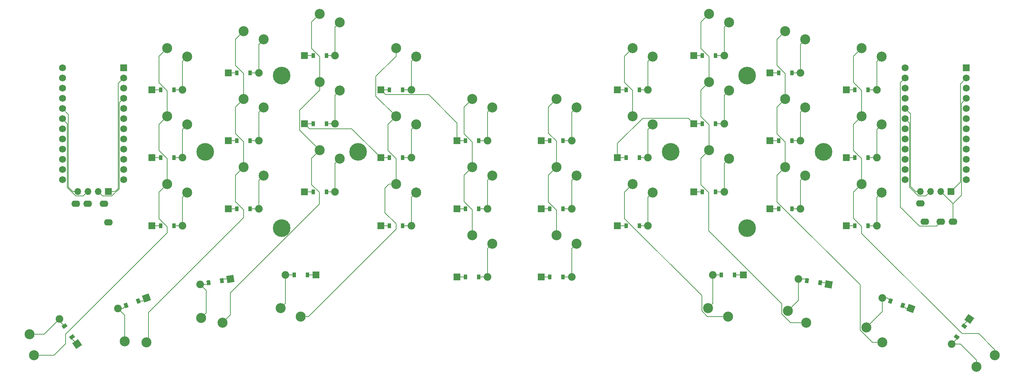
<source format=gbr>
%TF.GenerationSoftware,KiCad,Pcbnew,(6.0.4)*%
%TF.CreationDate,2022-07-04T17:43:03-04:00*%
%TF.ProjectId,glitch,676c6974-6368-42e6-9b69-6361645f7063,v1.0.0*%
%TF.SameCoordinates,Original*%
%TF.FileFunction,Copper,L2,Bot*%
%TF.FilePolarity,Positive*%
%FSLAX46Y46*%
G04 Gerber Fmt 4.6, Leading zero omitted, Abs format (unit mm)*
G04 Created by KiCad (PCBNEW (6.0.4)) date 2022-07-04 17:43:03*
%MOMM*%
%LPD*%
G01*
G04 APERTURE LIST*
G04 Aperture macros list*
%AMRotRect*
0 Rectangle, with rotation*
0 The origin of the aperture is its center*
0 $1 length*
0 $2 width*
0 $3 Rotation angle, in degrees counterclockwise*
0 Add horizontal line*
21,1,$1,$2,0,0,$3*%
G04 Aperture macros list end*
%TA.AperFunction,ComponentPad*%
%ADD10C,2.500000*%
%TD*%
%TA.AperFunction,SMDPad,CuDef*%
%ADD11R,0.900000X1.200000*%
%TD*%
%TA.AperFunction,ComponentPad*%
%ADD12C,1.905000*%
%TD*%
%TA.AperFunction,ComponentPad*%
%ADD13R,1.778000X1.778000*%
%TD*%
%TA.AperFunction,SMDPad,CuDef*%
%ADD14RotRect,0.900000X1.200000X170.000000*%
%TD*%
%TA.AperFunction,ComponentPad*%
%ADD15RotRect,1.778000X1.778000X170.000000*%
%TD*%
%TA.AperFunction,SMDPad,CuDef*%
%ADD16RotRect,0.900000X1.200000X160.000000*%
%TD*%
%TA.AperFunction,ComponentPad*%
%ADD17RotRect,1.778000X1.778000X160.000000*%
%TD*%
%TA.AperFunction,SMDPad,CuDef*%
%ADD18RotRect,0.900000X1.200000X235.000000*%
%TD*%
%TA.AperFunction,ComponentPad*%
%ADD19RotRect,1.778000X1.778000X235.000000*%
%TD*%
%TA.AperFunction,SMDPad,CuDef*%
%ADD20RotRect,0.900000X1.200000X190.000000*%
%TD*%
%TA.AperFunction,ComponentPad*%
%ADD21RotRect,1.778000X1.778000X190.000000*%
%TD*%
%TA.AperFunction,SMDPad,CuDef*%
%ADD22RotRect,0.900000X1.200000X200.000000*%
%TD*%
%TA.AperFunction,ComponentPad*%
%ADD23RotRect,1.778000X1.778000X200.000000*%
%TD*%
%TA.AperFunction,SMDPad,CuDef*%
%ADD24RotRect,0.900000X1.200000X125.000000*%
%TD*%
%TA.AperFunction,ComponentPad*%
%ADD25RotRect,1.778000X1.778000X125.000000*%
%TD*%
%TA.AperFunction,ComponentPad*%
%ADD26R,1.752600X1.752600*%
%TD*%
%TA.AperFunction,ComponentPad*%
%ADD27C,1.752600*%
%TD*%
%TA.AperFunction,ComponentPad*%
%ADD28O,2.200000X1.600000*%
%TD*%
%TA.AperFunction,ComponentPad*%
%ADD29O,1.700000X1.700000*%
%TD*%
%TA.AperFunction,ComponentPad*%
%ADD30R,1.700000X1.700000*%
%TD*%
%TA.AperFunction,ComponentPad*%
%ADD31C,4.400000*%
%TD*%
%TA.AperFunction,Conductor*%
%ADD32C,0.127000*%
%TD*%
G04 APERTURE END LIST*
D10*
%TO.P,S1,1*%
%TO.N,pinky_bottom*%
X5000000Y3800000D03*
%TO.P,S1,2*%
%TO.N,D4*%
X0Y5900000D03*
%TD*%
D11*
%TO.P,D1,2*%
%TO.N,pinky_bottom*%
X1650000Y-4500000D03*
%TO.P,D1,1*%
%TO.N,B2*%
X-1650000Y-4500000D03*
D12*
%TO.N,pinky_bottom*%
X3810000Y-4500000D03*
D13*
%TO.P,D1,2*%
%TO.N,B2*%
X-3810000Y-4500000D03*
%TD*%
D10*
%TO.P,S2,1*%
%TO.N,pinky_home*%
X5000000Y20800000D03*
%TO.P,S2,2*%
%TO.N,D4*%
X0Y22900000D03*
%TD*%
D11*
%TO.P,D2,2*%
%TO.N,pinky_home*%
X1650000Y12500000D03*
%TO.P,D2,1*%
%TO.N,B3*%
X-1650000Y12500000D03*
D12*
%TO.N,pinky_home*%
X3810000Y12500000D03*
D13*
%TO.P,D2,2*%
%TO.N,B3*%
X-3810000Y12500000D03*
%TD*%
D10*
%TO.P,S3,1*%
%TO.N,pinky_top*%
X5000000Y37800000D03*
%TO.P,S3,2*%
%TO.N,D4*%
X0Y39900000D03*
%TD*%
D11*
%TO.P,D3,2*%
%TO.N,pinky_top*%
X1650000Y29500000D03*
%TO.P,D3,1*%
%TO.N,B1*%
X-1650000Y29500000D03*
D12*
%TO.N,pinky_top*%
X3810000Y29500000D03*
D13*
%TO.P,D3,2*%
%TO.N,B1*%
X-3810000Y29500000D03*
%TD*%
D10*
%TO.P,S4,1*%
%TO.N,ring_bottom*%
X24000000Y16550000D03*
%TO.P,S4,2*%
%TO.N,C6*%
X19000000Y18650000D03*
%TD*%
D11*
%TO.P,D4,2*%
%TO.N,ring_bottom*%
X20650000Y8250000D03*
%TO.P,D4,1*%
%TO.N,B2*%
X17350000Y8250000D03*
D12*
%TO.N,ring_bottom*%
X22810000Y8250000D03*
D13*
%TO.P,D4,2*%
%TO.N,B2*%
X15190000Y8250000D03*
%TD*%
D10*
%TO.P,S5,1*%
%TO.N,ring_home*%
X24000000Y33550000D03*
%TO.P,S5,2*%
%TO.N,C6*%
X19000000Y35650000D03*
%TD*%
D11*
%TO.P,D5,2*%
%TO.N,ring_home*%
X20650000Y25250000D03*
%TO.P,D5,1*%
%TO.N,B3*%
X17350000Y25250000D03*
D12*
%TO.N,ring_home*%
X22810000Y25250000D03*
D13*
%TO.P,D5,2*%
%TO.N,B3*%
X15190000Y25250000D03*
%TD*%
D10*
%TO.P,S6,1*%
%TO.N,ring_top*%
X24000000Y50550000D03*
%TO.P,S6,2*%
%TO.N,C6*%
X19000000Y52650000D03*
%TD*%
D11*
%TO.P,D6,2*%
%TO.N,ring_top*%
X20650000Y42250000D03*
%TO.P,D6,1*%
%TO.N,B1*%
X17350000Y42250000D03*
D12*
%TO.N,ring_top*%
X22810000Y42250000D03*
D13*
%TO.P,D6,2*%
%TO.N,B1*%
X15190000Y42250000D03*
%TD*%
D10*
%TO.P,S7,1*%
%TO.N,middle_bottom*%
X43000000Y25050000D03*
%TO.P,S7,2*%
%TO.N,D7*%
X38000000Y27150000D03*
%TD*%
D11*
%TO.P,D7,2*%
%TO.N,middle_bottom*%
X39650000Y16750000D03*
%TO.P,D7,1*%
%TO.N,B2*%
X36350000Y16750000D03*
D12*
%TO.N,middle_bottom*%
X41810000Y16750000D03*
D13*
%TO.P,D7,2*%
%TO.N,B2*%
X34190000Y16750000D03*
%TD*%
D10*
%TO.P,S8,1*%
%TO.N,middle_home*%
X43000000Y42050000D03*
%TO.P,S8,2*%
%TO.N,D7*%
X38000000Y44150000D03*
%TD*%
D11*
%TO.P,D8,2*%
%TO.N,middle_home*%
X39650000Y33750000D03*
%TO.P,D8,1*%
%TO.N,B3*%
X36350000Y33750000D03*
D12*
%TO.N,middle_home*%
X41810000Y33750000D03*
D13*
%TO.P,D8,2*%
%TO.N,B3*%
X34190000Y33750000D03*
%TD*%
D10*
%TO.P,S9,1*%
%TO.N,middle_top*%
X43000000Y59050000D03*
%TO.P,S9,2*%
%TO.N,D7*%
X38000000Y61150000D03*
%TD*%
D11*
%TO.P,D9,2*%
%TO.N,middle_top*%
X39650000Y50750000D03*
%TO.P,D9,1*%
%TO.N,B1*%
X36350000Y50750000D03*
D12*
%TO.N,middle_top*%
X41810000Y50750000D03*
D13*
%TO.P,D9,2*%
%TO.N,B1*%
X34190000Y50750000D03*
%TD*%
D10*
%TO.P,S10,1*%
%TO.N,index_bottom*%
X62000000Y20800000D03*
%TO.P,S10,2*%
%TO.N,E6*%
X57000000Y22900000D03*
%TD*%
D11*
%TO.P,D10,2*%
%TO.N,index_bottom*%
X58650000Y12500000D03*
%TO.P,D10,1*%
%TO.N,B2*%
X55350000Y12500000D03*
D12*
%TO.N,index_bottom*%
X60810000Y12500000D03*
D13*
%TO.P,D10,2*%
%TO.N,B2*%
X53190000Y12500000D03*
%TD*%
D10*
%TO.P,S11,1*%
%TO.N,index_home*%
X62000000Y37800000D03*
%TO.P,S11,2*%
%TO.N,E6*%
X57000000Y39900000D03*
%TD*%
D11*
%TO.P,D11,2*%
%TO.N,index_home*%
X58650000Y29500000D03*
%TO.P,D11,1*%
%TO.N,B3*%
X55350000Y29500000D03*
D12*
%TO.N,index_home*%
X60810000Y29500000D03*
D13*
%TO.P,D11,2*%
%TO.N,B3*%
X53190000Y29500000D03*
%TD*%
D10*
%TO.P,S12,1*%
%TO.N,index_top*%
X62000000Y54800000D03*
%TO.P,S12,2*%
%TO.N,E6*%
X57000000Y56900000D03*
%TD*%
D11*
%TO.P,D12,2*%
%TO.N,index_top*%
X58650000Y46500000D03*
%TO.P,D12,1*%
%TO.N,B1*%
X55350000Y46500000D03*
D12*
%TO.N,index_top*%
X60810000Y46500000D03*
D13*
%TO.P,D12,2*%
%TO.N,B1*%
X53190000Y46500000D03*
%TD*%
D10*
%TO.P,S13,1*%
%TO.N,inner_bottom*%
X81000000Y16550000D03*
%TO.P,S13,2*%
%TO.N,B4*%
X76000000Y18650000D03*
%TD*%
D11*
%TO.P,D13,2*%
%TO.N,inner_bottom*%
X77650000Y8250000D03*
%TO.P,D13,1*%
%TO.N,B2*%
X74350000Y8250000D03*
D12*
%TO.N,inner_bottom*%
X79810000Y8250000D03*
D13*
%TO.P,D13,2*%
%TO.N,B2*%
X72190000Y8250000D03*
%TD*%
D10*
%TO.P,S14,1*%
%TO.N,inner_home*%
X81000000Y33550000D03*
%TO.P,S14,2*%
%TO.N,B4*%
X76000000Y35650000D03*
%TD*%
D11*
%TO.P,D14,2*%
%TO.N,inner_home*%
X77650000Y25250000D03*
%TO.P,D14,1*%
%TO.N,B3*%
X74350000Y25250000D03*
D12*
%TO.N,inner_home*%
X79810000Y25250000D03*
D13*
%TO.P,D14,2*%
%TO.N,B3*%
X72190000Y25250000D03*
%TD*%
D10*
%TO.P,S15,1*%
%TO.N,inner_top*%
X81000000Y50550000D03*
%TO.P,S15,2*%
%TO.N,B4*%
X76000000Y52650000D03*
%TD*%
D11*
%TO.P,D15,2*%
%TO.N,inner_top*%
X77650000Y42250000D03*
%TO.P,D15,1*%
%TO.N,B1*%
X74350000Y42250000D03*
D12*
%TO.N,inner_top*%
X79810000Y42250000D03*
D13*
%TO.P,D15,2*%
%TO.N,B1*%
X72190000Y42250000D03*
%TD*%
D10*
%TO.P,S16,1*%
%TO.N,outer_thumbs*%
X37750000Y-12300000D03*
%TO.P,S16,2*%
%TO.N,C6*%
X42750000Y-14400000D03*
%TD*%
D11*
%TO.P,D16,2*%
%TO.N,outer_thumbs*%
X41100000Y-4000000D03*
%TO.P,D16,1*%
%TO.N,B6*%
X44400000Y-4000000D03*
D12*
%TO.N,outer_thumbs*%
X38940000Y-4000000D03*
D13*
%TO.P,D16,2*%
%TO.N,B6*%
X46560000Y-4000000D03*
%TD*%
D10*
%TO.P,S17,1*%
%TO.N,middle1_thumbs*%
X57686622Y-12994365D03*
%TO.P,S17,2*%
%TO.N,D7*%
X62246000Y-15930702D03*
%TD*%
D14*
%TO.P,D17,2*%
%TO.N,middle1_thumbs*%
X62427007Y-5402182D03*
%TO.P,D17,1*%
%TO.N,B6*%
X65676873Y-5975220D03*
D12*
%TO.N,middle1_thumbs*%
X60299822Y-5027101D03*
D15*
%TO.P,D17,2*%
%TO.N,B6*%
X67804058Y-6350301D03*
%TD*%
D10*
%TO.P,S18,1*%
%TO.N,middle2_thumbs*%
X77199786Y-17140138D03*
%TO.P,S18,2*%
%TO.N,E6*%
X81180007Y-20823593D03*
%TD*%
D16*
%TO.P,D18,2*%
%TO.N,middle2_thumbs*%
X83186524Y-10486457D03*
%TO.P,D18,1*%
%TO.N,B6*%
X86287510Y-11615123D03*
D12*
%TO.N,middle2_thumbs*%
X81156788Y-9747693D03*
D17*
%TO.P,D18,2*%
%TO.N,B6*%
X88317246Y-12353887D03*
%TD*%
D10*
%TO.P,S19,1*%
%TO.N,inner_thumbs*%
X104619730Y-26986949D03*
%TO.P,S19,2*%
%TO.N,B4*%
X109207831Y-24095699D03*
%TD*%
D18*
%TO.P,D19,2*%
%TO.N,inner_thumbs*%
X99742248Y-19482105D03*
%TO.P,D19,1*%
%TO.N,B6*%
X101635050Y-16778903D03*
D12*
%TO.N,inner_thumbs*%
X98503323Y-21251473D03*
D19*
%TO.P,D19,2*%
%TO.N,B6*%
X102873975Y-15009535D03*
%TD*%
D10*
%TO.P,S20,1*%
%TO.N,mirror_pinky_bottom*%
X-16000000Y3800000D03*
%TO.P,S20,2*%
%TO.N,F6*%
X-21000000Y5900000D03*
%TD*%
D11*
%TO.P,D20,2*%
%TO.N,mirror_pinky_bottom*%
X-19350000Y-4500000D03*
%TO.P,D20,1*%
%TO.N,B4*%
X-22650000Y-4500000D03*
D12*
%TO.N,mirror_pinky_bottom*%
X-17190000Y-4500000D03*
D13*
%TO.P,D20,2*%
%TO.N,B4*%
X-24810000Y-4500000D03*
%TD*%
D10*
%TO.P,S21,1*%
%TO.N,mirror_pinky_home*%
X-16000000Y20800000D03*
%TO.P,S21,2*%
%TO.N,F6*%
X-21000000Y22900000D03*
%TD*%
D11*
%TO.P,D21,2*%
%TO.N,mirror_pinky_home*%
X-19350000Y12500000D03*
%TO.P,D21,1*%
%TO.N,E6*%
X-22650000Y12500000D03*
D12*
%TO.N,mirror_pinky_home*%
X-17190000Y12500000D03*
D13*
%TO.P,D21,2*%
%TO.N,E6*%
X-24810000Y12500000D03*
%TD*%
D10*
%TO.P,S22,1*%
%TO.N,mirror_pinky_top*%
X-16000000Y37800000D03*
%TO.P,S22,2*%
%TO.N,F6*%
X-21000000Y39900000D03*
%TD*%
D11*
%TO.P,D22,2*%
%TO.N,mirror_pinky_top*%
X-19350000Y29500000D03*
%TO.P,D22,1*%
%TO.N,D7*%
X-22650000Y29500000D03*
D12*
%TO.N,mirror_pinky_top*%
X-17190000Y29500000D03*
D13*
%TO.P,D22,2*%
%TO.N,D7*%
X-24810000Y29500000D03*
%TD*%
D10*
%TO.P,S23,1*%
%TO.N,mirror_ring_bottom*%
X-35000000Y16550000D03*
%TO.P,S23,2*%
%TO.N,F7*%
X-40000000Y18650000D03*
%TD*%
D11*
%TO.P,D23,2*%
%TO.N,mirror_ring_bottom*%
X-38350000Y8250000D03*
%TO.P,D23,1*%
%TO.N,B4*%
X-41650000Y8250000D03*
D12*
%TO.N,mirror_ring_bottom*%
X-36190000Y8250000D03*
D13*
%TO.P,D23,2*%
%TO.N,B4*%
X-43810000Y8250000D03*
%TD*%
D10*
%TO.P,S24,1*%
%TO.N,mirror_ring_home*%
X-35000000Y33550000D03*
%TO.P,S24,2*%
%TO.N,F7*%
X-40000000Y35650000D03*
%TD*%
D11*
%TO.P,D24,2*%
%TO.N,mirror_ring_home*%
X-38350000Y25250000D03*
%TO.P,D24,1*%
%TO.N,E6*%
X-41650000Y25250000D03*
D12*
%TO.N,mirror_ring_home*%
X-36190000Y25250000D03*
D13*
%TO.P,D24,2*%
%TO.N,E6*%
X-43810000Y25250000D03*
%TD*%
D10*
%TO.P,S25,1*%
%TO.N,mirror_ring_top*%
X-35000000Y50550000D03*
%TO.P,S25,2*%
%TO.N,F7*%
X-40000000Y52650000D03*
%TD*%
D11*
%TO.P,D25,2*%
%TO.N,mirror_ring_top*%
X-38350000Y42250000D03*
%TO.P,D25,1*%
%TO.N,D7*%
X-41650000Y42250000D03*
D12*
%TO.N,mirror_ring_top*%
X-36190000Y42250000D03*
D13*
%TO.P,D25,2*%
%TO.N,D7*%
X-43810000Y42250000D03*
%TD*%
D10*
%TO.P,S26,1*%
%TO.N,mirror_middle_bottom*%
X-54000000Y25050000D03*
%TO.P,S26,2*%
%TO.N,B1*%
X-59000000Y27150000D03*
%TD*%
D11*
%TO.P,D26,2*%
%TO.N,mirror_middle_bottom*%
X-57350000Y16750000D03*
%TO.P,D26,1*%
%TO.N,B4*%
X-60650000Y16750000D03*
D12*
%TO.N,mirror_middle_bottom*%
X-55190000Y16750000D03*
D13*
%TO.P,D26,2*%
%TO.N,B4*%
X-62810000Y16750000D03*
%TD*%
D10*
%TO.P,S27,1*%
%TO.N,mirror_middle_home*%
X-54000000Y42050000D03*
%TO.P,S27,2*%
%TO.N,B1*%
X-59000000Y44150000D03*
%TD*%
D11*
%TO.P,D27,2*%
%TO.N,mirror_middle_home*%
X-57350000Y33750000D03*
%TO.P,D27,1*%
%TO.N,E6*%
X-60650000Y33750000D03*
D12*
%TO.N,mirror_middle_home*%
X-55190000Y33750000D03*
D13*
%TO.P,D27,2*%
%TO.N,E6*%
X-62810000Y33750000D03*
%TD*%
D10*
%TO.P,S28,1*%
%TO.N,mirror_middle_top*%
X-54000000Y59050000D03*
%TO.P,S28,2*%
%TO.N,B1*%
X-59000000Y61150000D03*
%TD*%
D11*
%TO.P,D28,2*%
%TO.N,mirror_middle_top*%
X-57350000Y50750000D03*
%TO.P,D28,1*%
%TO.N,D7*%
X-60650000Y50750000D03*
D12*
%TO.N,mirror_middle_top*%
X-55190000Y50750000D03*
D13*
%TO.P,D28,2*%
%TO.N,D7*%
X-62810000Y50750000D03*
%TD*%
D10*
%TO.P,S29,1*%
%TO.N,mirror_index_bottom*%
X-73000000Y20800000D03*
%TO.P,S29,2*%
%TO.N,B3*%
X-78000000Y22900000D03*
%TD*%
D11*
%TO.P,D29,2*%
%TO.N,mirror_index_bottom*%
X-76350000Y12500000D03*
%TO.P,D29,1*%
%TO.N,B4*%
X-79650000Y12500000D03*
D12*
%TO.N,mirror_index_bottom*%
X-74190000Y12500000D03*
D13*
%TO.P,D29,2*%
%TO.N,B4*%
X-81810000Y12500000D03*
%TD*%
D10*
%TO.P,S30,1*%
%TO.N,mirror_index_home*%
X-73000000Y37800000D03*
%TO.P,S30,2*%
%TO.N,B3*%
X-78000000Y39900000D03*
%TD*%
D11*
%TO.P,D30,2*%
%TO.N,mirror_index_home*%
X-76350000Y29500000D03*
%TO.P,D30,1*%
%TO.N,E6*%
X-79650000Y29500000D03*
D12*
%TO.N,mirror_index_home*%
X-74190000Y29500000D03*
D13*
%TO.P,D30,2*%
%TO.N,E6*%
X-81810000Y29500000D03*
%TD*%
D10*
%TO.P,S31,1*%
%TO.N,mirror_index_top*%
X-73000000Y54800000D03*
%TO.P,S31,2*%
%TO.N,B3*%
X-78000000Y56900000D03*
%TD*%
D11*
%TO.P,D31,2*%
%TO.N,mirror_index_top*%
X-76350000Y46500000D03*
%TO.P,D31,1*%
%TO.N,D7*%
X-79650000Y46500000D03*
D12*
%TO.N,mirror_index_top*%
X-74190000Y46500000D03*
D13*
%TO.P,D31,2*%
%TO.N,D7*%
X-81810000Y46500000D03*
%TD*%
D10*
%TO.P,S32,1*%
%TO.N,mirror_inner_bottom*%
X-92000000Y16550000D03*
%TO.P,S32,2*%
%TO.N,B2*%
X-97000000Y18650000D03*
%TD*%
D11*
%TO.P,D32,2*%
%TO.N,mirror_inner_bottom*%
X-95350000Y8250000D03*
%TO.P,D32,1*%
%TO.N,B4*%
X-98650000Y8250000D03*
D12*
%TO.N,mirror_inner_bottom*%
X-93190000Y8250000D03*
D13*
%TO.P,D32,2*%
%TO.N,B4*%
X-100810000Y8250000D03*
%TD*%
D10*
%TO.P,S33,1*%
%TO.N,mirror_inner_home*%
X-92000000Y33550000D03*
%TO.P,S33,2*%
%TO.N,B2*%
X-97000000Y35650000D03*
%TD*%
D11*
%TO.P,D33,2*%
%TO.N,mirror_inner_home*%
X-95350000Y25250000D03*
%TO.P,D33,1*%
%TO.N,E6*%
X-98650000Y25250000D03*
D12*
%TO.N,mirror_inner_home*%
X-93190000Y25250000D03*
D13*
%TO.P,D33,2*%
%TO.N,E6*%
X-100810000Y25250000D03*
%TD*%
D10*
%TO.P,S34,1*%
%TO.N,mirror_inner_top*%
X-92000000Y50550000D03*
%TO.P,S34,2*%
%TO.N,B2*%
X-97000000Y52650000D03*
%TD*%
D11*
%TO.P,D34,2*%
%TO.N,mirror_inner_top*%
X-95350000Y42250000D03*
%TO.P,D34,1*%
%TO.N,D7*%
X-98650000Y42250000D03*
D12*
%TO.N,mirror_inner_top*%
X-93190000Y42250000D03*
D13*
%TO.P,D34,2*%
%TO.N,D7*%
X-100810000Y42250000D03*
%TD*%
D10*
%TO.P,S35,1*%
%TO.N,mirror_outer_thumbs*%
X-68750000Y-12300000D03*
%TO.P,S35,2*%
%TO.N,F7*%
X-63750000Y-14400000D03*
%TD*%
D11*
%TO.P,D35,2*%
%TO.N,mirror_outer_thumbs*%
X-65400000Y-4000000D03*
%TO.P,D35,1*%
%TO.N,B5*%
X-62100000Y-4000000D03*
D12*
%TO.N,mirror_outer_thumbs*%
X-67560000Y-4000000D03*
D13*
%TO.P,D35,2*%
%TO.N,B5*%
X-59940000Y-4000000D03*
%TD*%
D10*
%TO.P,S36,1*%
%TO.N,mirror_middle1_thumbs*%
X-88534700Y-14730846D03*
%TO.P,S36,2*%
%TO.N,B1*%
X-83246000Y-15930702D03*
%TD*%
D20*
%TO.P,D36,2*%
%TO.N,mirror_middle1_thumbs*%
X-86676873Y-5975220D03*
%TO.P,D36,1*%
%TO.N,B5*%
X-83427007Y-5402182D03*
D12*
%TO.N,mirror_middle1_thumbs*%
X-88804058Y-6350301D03*
D21*
%TO.P,D36,2*%
%TO.N,B5*%
X-81299822Y-5027101D03*
%TD*%
D10*
%TO.P,S37,1*%
%TO.N,mirror_middle2_thumbs*%
X-107596713Y-20560340D03*
%TO.P,S37,2*%
%TO.N,B3*%
X-102180007Y-20823593D03*
%TD*%
D22*
%TO.P,D37,2*%
%TO.N,mirror_middle2_thumbs*%
X-107287510Y-11615123D03*
%TO.P,D37,1*%
%TO.N,B5*%
X-104186524Y-10486457D03*
D12*
%TO.N,mirror_middle2_thumbs*%
X-109317246Y-12353887D03*
D23*
%TO.P,D37,2*%
%TO.N,B5*%
X-102156788Y-9747693D03*
%TD*%
D10*
%TO.P,S38,1*%
%TO.N,mirror_inner_thumbs*%
X-131355494Y-18795428D03*
%TO.P,S38,2*%
%TO.N,B2*%
X-130207831Y-24095699D03*
%TD*%
D24*
%TO.P,D38,2*%
%TO.N,mirror_inner_thumbs*%
X-122635050Y-16778903D03*
%TO.P,D38,1*%
%TO.N,B5*%
X-120742248Y-19482105D03*
D12*
%TO.N,mirror_inner_thumbs*%
X-123873975Y-15009535D03*
D25*
%TO.P,D38,2*%
%TO.N,B5*%
X-119503323Y-21251473D03*
%TD*%
D26*
%TO.P,MCU1,1*%
%TO.N,RAW*%
X102120000Y47720000D03*
D27*
%TO.P,MCU1,2*%
%TO.N,GND*%
X102120000Y45180000D03*
%TO.P,MCU1,3*%
%TO.N,RST*%
X102120000Y42640000D03*
%TO.P,MCU1,4*%
%TO.N,VCC*%
X102120000Y40100000D03*
%TO.P,MCU1,5*%
%TO.N,F4*%
X102120000Y37560000D03*
%TO.P,MCU1,6*%
%TO.N,F5*%
X102120000Y35020000D03*
%TO.P,MCU1,7*%
%TO.N,F6*%
X102120000Y32480000D03*
%TO.P,MCU1,8*%
%TO.N,F7*%
X102120000Y29940000D03*
%TO.P,MCU1,9*%
%TO.N,B1*%
X102120000Y27400000D03*
%TO.P,MCU1,10*%
%TO.N,B3*%
X102120000Y24860000D03*
%TO.P,MCU1,11*%
%TO.N,B2*%
X102120000Y22320000D03*
%TO.P,MCU1,12*%
%TO.N,B6*%
X102120000Y19780000D03*
%TO.P,MCU1,13*%
%TO.N,D3*%
X86880000Y47720000D03*
%TO.P,MCU1,14*%
%TO.N,D2*%
X86880000Y45180000D03*
%TO.P,MCU1,15*%
%TO.N,GND*%
X86880000Y42640000D03*
%TO.P,MCU1,16*%
X86880000Y40100000D03*
%TO.P,MCU1,17*%
%TO.N,D1*%
X86880000Y37560000D03*
%TO.P,MCU1,18*%
%TO.N,D0*%
X86880000Y35020000D03*
%TO.P,MCU1,19*%
%TO.N,D4*%
X86880000Y32480000D03*
%TO.P,MCU1,20*%
%TO.N,C6*%
X86880000Y29940000D03*
%TO.P,MCU1,21*%
%TO.N,D7*%
X86880000Y27400000D03*
%TO.P,MCU1,22*%
%TO.N,E6*%
X86880000Y24860000D03*
%TO.P,MCU1,23*%
%TO.N,B4*%
X86880000Y22320000D03*
%TO.P,MCU1,24*%
%TO.N,B5*%
X86880000Y19780000D03*
%TD*%
D26*
%TO.P,MCU2,1*%
%TO.N,RAW*%
X-107880000Y47720000D03*
D27*
%TO.P,MCU2,2*%
%TO.N,GND*%
X-107880000Y45180000D03*
%TO.P,MCU2,3*%
%TO.N,RST*%
X-107880000Y42640000D03*
%TO.P,MCU2,4*%
%TO.N,VCC*%
X-107880000Y40100000D03*
%TO.P,MCU2,5*%
%TO.N,F4*%
X-107880000Y37560000D03*
%TO.P,MCU2,6*%
%TO.N,F5*%
X-107880000Y35020000D03*
%TO.P,MCU2,7*%
%TO.N,F6*%
X-107880000Y32480000D03*
%TO.P,MCU2,8*%
%TO.N,F7*%
X-107880000Y29940000D03*
%TO.P,MCU2,9*%
%TO.N,B1*%
X-107880000Y27400000D03*
%TO.P,MCU2,10*%
%TO.N,B3*%
X-107880000Y24860000D03*
%TO.P,MCU2,11*%
%TO.N,B2*%
X-107880000Y22320000D03*
%TO.P,MCU2,12*%
%TO.N,B6*%
X-107880000Y19780000D03*
%TO.P,MCU2,13*%
%TO.N,D3*%
X-123120000Y47720000D03*
%TO.P,MCU2,14*%
%TO.N,D2*%
X-123120000Y45180000D03*
%TO.P,MCU2,15*%
%TO.N,GND*%
X-123120000Y42640000D03*
%TO.P,MCU2,16*%
X-123120000Y40100000D03*
%TO.P,MCU2,17*%
%TO.N,D1*%
X-123120000Y37560000D03*
%TO.P,MCU2,18*%
%TO.N,D0*%
X-123120000Y35020000D03*
%TO.P,MCU2,19*%
%TO.N,D4*%
X-123120000Y32480000D03*
%TO.P,MCU2,20*%
%TO.N,C6*%
X-123120000Y29940000D03*
%TO.P,MCU2,21*%
%TO.N,D7*%
X-123120000Y27400000D03*
%TO.P,MCU2,22*%
%TO.N,E6*%
X-123120000Y24860000D03*
%TO.P,MCU2,23*%
%TO.N,B4*%
X-123120000Y22320000D03*
%TO.P,MCU2,24*%
%TO.N,B5*%
X-123120000Y19780000D03*
%TD*%
D28*
%TO.P,REF\u002A\u002A,1*%
%TO.N,GND*%
X90700000Y13850000D03*
%TO.P,REF\u002A\u002A,2*%
X91800000Y9250000D03*
%TO.P,REF\u002A\u002A,3*%
%TO.N,D2*%
X95800000Y9250000D03*
%TO.P,REF\u002A\u002A,4*%
%TO.N,VCC*%
X98800000Y9250000D03*
%TD*%
%TO.P,REF\u002A\u002A,1*%
%TO.N,GND*%
X-111700000Y9150000D03*
%TO.P,REF\u002A\u002A,2*%
X-112800000Y13750000D03*
%TO.P,REF\u002A\u002A,3*%
%TO.N,D2*%
X-116800000Y13750000D03*
%TO.P,REF\u002A\u002A,4*%
%TO.N,VCC*%
X-119800000Y13750000D03*
%TD*%
D29*
%TO.P,OLED1,4*%
%TO.N,D1*%
X90680000Y16850000D03*
%TO.P,OLED1,3*%
%TO.N,D0*%
X93220000Y16850000D03*
%TO.P,OLED1,2*%
%TO.N,VCC*%
X95760000Y16850000D03*
D30*
%TO.P,OLED1,1*%
%TO.N,GND*%
X98300000Y16850000D03*
%TD*%
D29*
%TO.P,OLED2,4*%
%TO.N,D1*%
X-119320000Y16850000D03*
%TO.P,OLED2,3*%
%TO.N,D0*%
X-116780000Y16850000D03*
%TO.P,OLED2,2*%
%TO.N,VCC*%
X-114240000Y16850000D03*
D30*
%TO.P,OLED2,1*%
%TO.N,GND*%
X-111700000Y16850000D03*
%TD*%
D31*
%TO.P,,1*%
%TO.N,N/C*%
X47500000Y45800000D03*
X47500000Y7700000D03*
X28450000Y26750000D03*
X66550000Y26750000D03*
%TD*%
%TO.P,,1*%
%TO.N,N/C*%
X-68500000Y45800000D03*
X-68500000Y7700000D03*
X-87550000Y26750000D03*
X-49450000Y26750000D03*
%TD*%
D32*
%TO.N,B3*%
X15190000Y28807349D02*
X15190000Y25250000D01*
X34190000Y33750000D02*
X32840000Y35100000D01*
X32840000Y35100000D02*
X21482651Y35100000D01*
X21482651Y35100000D02*
X15190000Y28807349D01*
%TO.N,D2*%
X85700000Y12900000D02*
X85700000Y44000000D01*
X90400000Y8200000D02*
X85700000Y12900000D01*
X94750000Y8200000D02*
X90400000Y8200000D01*
X95800000Y9250000D02*
X94750000Y8200000D01*
X85700000Y44000000D02*
X86880000Y45180000D01*
%TO.N,VCC*%
X100900000Y15900000D02*
X100900000Y38880000D01*
X100900000Y38880000D02*
X102120000Y40100000D01*
X98810000Y13810000D02*
X100900000Y15900000D01*
X98810000Y13800000D02*
X98810000Y13810000D01*
X95760000Y16850000D02*
X98810000Y13800000D01*
X98800000Y13810000D02*
X95760000Y16850000D01*
X98800000Y9250000D02*
X98800000Y13810000D01*
X-109000000Y38980000D02*
X-107880000Y40100000D01*
X-109000000Y17500000D02*
X-109000000Y38980000D01*
X-110800000Y15700000D02*
X-109000000Y17500000D01*
X-113090000Y15700000D02*
X-110800000Y15700000D01*
X-114240000Y16850000D02*
X-113090000Y15700000D01*
%TO.N,GND*%
X-110008532Y16850000D02*
X-109253520Y17605012D01*
X-109253520Y17605012D02*
X-109253520Y43806480D01*
X-109253520Y43806480D02*
X-107880000Y45180000D01*
X-111700000Y16850000D02*
X-110008532Y16850000D01*
X100646480Y19196480D02*
X100646480Y43706480D01*
X100646480Y43706480D02*
X102120000Y45180000D01*
X98300000Y16850000D02*
X100646480Y19196480D01*
%TO.N,D0*%
X88000000Y33900000D02*
X86880000Y35020000D01*
X90200000Y15700000D02*
X88000000Y17900000D01*
X92070000Y15700000D02*
X90200000Y15700000D01*
X88000000Y17900000D02*
X88000000Y33900000D01*
X93220000Y16850000D02*
X92070000Y15700000D01*
%TO.N,D1*%
X88253520Y18105012D02*
X88253520Y36186480D01*
X89508532Y16850000D02*
X88253520Y18105012D01*
X90680000Y16850000D02*
X89508532Y16850000D01*
X88253520Y36186480D02*
X86880000Y37560000D01*
%TO.N,E6*%
X75700000Y-17800000D02*
X78723593Y-20823593D01*
X78723593Y-20823593D02*
X81180007Y-20823593D01*
X75700000Y-6500000D02*
X75700000Y-17800000D01*
X54972479Y20872479D02*
X54972479Y14227521D01*
X57000000Y22900000D02*
X54972479Y20872479D01*
X54972479Y14227521D02*
X75700000Y-6500000D01*
%TO.N,C6*%
X37600000Y-14400000D02*
X42750000Y-14400000D01*
X16972479Y10057543D02*
X36200000Y-9169978D01*
X16972479Y16622479D02*
X16972479Y10057543D01*
X36200000Y-13000000D02*
X37600000Y-14400000D01*
X19000000Y18650000D02*
X16972479Y16622479D01*
X36200000Y-9169978D02*
X36200000Y-13000000D01*
%TO.N,D7*%
X56100000Y-11200000D02*
X56100000Y-13700000D01*
X56100000Y-13700000D02*
X58330702Y-15930702D01*
X37900000Y7000000D02*
X56100000Y-11200000D01*
X37900000Y16600000D02*
X37900000Y7000000D01*
X35972479Y25122479D02*
X35972479Y18527521D01*
X35972479Y18527521D02*
X37900000Y16600000D01*
X38000000Y27150000D02*
X35972479Y25122479D01*
X58330702Y-15930702D02*
X62246000Y-15930702D01*
%TO.N,D4*%
X0Y29400000D02*
X0Y22900000D01*
X-2027521Y37872479D02*
X-2027521Y31427521D01*
X-2027521Y31427521D02*
X0Y29400000D01*
X0Y39900000D02*
X-2027521Y37872479D01*
%TO.N,B4*%
X105214662Y-18684077D02*
X109207831Y-22677246D01*
X76040011Y6359989D02*
X101084077Y-18684077D01*
X101084077Y-18684077D02*
X105214662Y-18684077D01*
X109207831Y-22677246D02*
X109207831Y-24095699D01*
X76040011Y8070033D02*
X76040011Y6359989D01*
X73972479Y16622479D02*
X73972479Y10137565D01*
X76000000Y18650000D02*
X73972479Y16622479D01*
X73972479Y10137565D02*
X76040011Y8070033D01*
X76000000Y25000000D02*
X76000000Y18650000D01*
X73972479Y33622479D02*
X73972479Y27027521D01*
X76000000Y35650000D02*
X73972479Y33622479D01*
X73972479Y27027521D02*
X76000000Y25000000D01*
X76000000Y42030022D02*
X76000000Y35650000D01*
X73972479Y44057543D02*
X76000000Y42030022D01*
X76000000Y52650000D02*
X73972479Y50622479D01*
X73972479Y50622479D02*
X73972479Y44057543D01*
%TO.N,E6*%
X57000000Y29200000D02*
X57000000Y22900000D01*
X54972479Y31227521D02*
X57000000Y29200000D01*
X54972479Y37872479D02*
X54972479Y31227521D01*
X57000000Y39900000D02*
X54972479Y37872479D01*
X57000000Y46280022D02*
X57000000Y39900000D01*
X54972479Y54872479D02*
X54972479Y48307543D01*
X54972479Y48307543D02*
X57000000Y46280022D01*
X57000000Y56900000D02*
X54972479Y54872479D01*
%TO.N,D7*%
X35972479Y35527521D02*
X38000000Y33500000D01*
X35972479Y42122479D02*
X35972479Y35527521D01*
X38000000Y44150000D02*
X35972479Y42122479D01*
X38000000Y33500000D02*
X38000000Y27150000D01*
X38000000Y50530022D02*
X38000000Y44150000D01*
X35972479Y52557543D02*
X38000000Y50530022D01*
X35972479Y59122479D02*
X35972479Y52557543D01*
X38000000Y61150000D02*
X35972479Y59122479D01*
%TO.N,C6*%
X19000000Y42030022D02*
X19000000Y35650000D01*
X16972479Y44057543D02*
X19000000Y42030022D01*
X16972479Y50622479D02*
X16972479Y44057543D01*
X19000000Y52650000D02*
X16972479Y50622479D01*
%TO.N,D4*%
X0Y12200000D02*
X0Y5900000D01*
X-2027521Y14227521D02*
X0Y12200000D01*
X-2027521Y20872479D02*
X-2027521Y14227521D01*
X0Y22900000D02*
X-2027521Y20872479D01*
%TO.N,middle2_thumbs*%
X80839924Y-13500000D02*
X80843212Y-13500000D01*
X81156788Y-13186424D02*
X81156788Y-9747693D01*
X77199786Y-17140138D02*
X80839924Y-13500000D01*
X80843212Y-13500000D02*
X81156788Y-13186424D01*
%TO.N,inner_thumbs*%
X104619730Y-25219183D02*
X100652020Y-21251473D01*
X104619730Y-26986949D02*
X104619730Y-25219183D01*
X100652020Y-21251473D02*
X98503323Y-21251473D01*
%TO.N,middle1_thumbs*%
X60299822Y-10381165D02*
X60299822Y-5027101D01*
X57686622Y-12994365D02*
X60299822Y-10381165D01*
%TO.N,outer_thumbs*%
X38940000Y-11110000D02*
X38940000Y-4000000D01*
X37750000Y-12300000D02*
X38940000Y-11110000D01*
%TO.N,inner_bottom*%
X79810000Y15360000D02*
X79810000Y8250000D01*
X81000000Y16550000D02*
X79810000Y15360000D01*
%TO.N,inner_home*%
X81000000Y33550000D02*
X79810000Y32360000D01*
X79810000Y32360000D02*
X79810000Y25250000D01*
%TO.N,inner_top*%
X79810000Y49360000D02*
X79810000Y42250000D01*
X81000000Y50550000D02*
X79810000Y49360000D01*
%TO.N,index_bottom*%
X60810000Y19610000D02*
X60810000Y12500000D01*
X62000000Y20800000D02*
X60810000Y19610000D01*
%TO.N,index_home*%
X60810000Y36610000D02*
X60810000Y29500000D01*
X62000000Y37800000D02*
X60810000Y36610000D01*
%TO.N,index_top*%
X60810000Y53610000D02*
X60810000Y46500000D01*
X62000000Y54800000D02*
X60810000Y53610000D01*
%TO.N,middle_bottom*%
X41810000Y23860000D02*
X41810000Y16750000D01*
X43000000Y25050000D02*
X41810000Y23860000D01*
%TO.N,middle_home*%
X41810000Y40860000D02*
X41810000Y33750000D01*
X43000000Y42050000D02*
X41810000Y40860000D01*
%TO.N,middle_top*%
X41810000Y57860000D02*
X41810000Y50750000D01*
X43000000Y59050000D02*
X41810000Y57860000D01*
%TO.N,ring_bottom*%
X22810000Y15360000D02*
X22810000Y8250000D01*
X24000000Y16550000D02*
X22810000Y15360000D01*
%TO.N,ring_home*%
X22810000Y32360000D02*
X22810000Y25250000D01*
X24000000Y33550000D02*
X22810000Y32360000D01*
%TO.N,ring_top*%
X24000000Y50550000D02*
X22810000Y49360000D01*
X22810000Y49360000D02*
X22810000Y42250000D01*
%TO.N,pinky_bottom*%
X3810000Y2610000D02*
X3810000Y-4500000D01*
X5000000Y3800000D02*
X3810000Y2610000D01*
%TO.N,pinky_home*%
X3810000Y19610000D02*
X3810000Y12500000D01*
X5000000Y20800000D02*
X3810000Y19610000D01*
%TO.N,pinky_top*%
X3810000Y36610000D02*
X3810000Y29500000D01*
X5000000Y37800000D02*
X3810000Y36610000D01*
%TO.N,B1*%
X-64000000Y32150000D02*
X-59000000Y27150000D01*
X-64000000Y37103966D02*
X-64000000Y32150000D01*
X-59000000Y42103966D02*
X-64000000Y37103966D01*
X-59000000Y44150000D02*
X-59000000Y42103966D01*
%TO.N,F7*%
X-45000000Y40650000D02*
X-40000000Y35650000D01*
X-45000000Y45603966D02*
X-45000000Y40650000D01*
X-40000000Y50603966D02*
X-45000000Y45603966D01*
X-40000000Y52650000D02*
X-40000000Y50603966D01*
%TO.N,inner_thumbs*%
X99742248Y-20012548D02*
X99742248Y-19482105D01*
X98503323Y-21251473D02*
X99742248Y-20012548D01*
%TO.N,B6*%
X101635050Y-16248460D02*
X101635050Y-16778903D01*
X102873975Y-15009535D02*
X101635050Y-16248460D01*
X87026274Y-12353887D02*
X88317246Y-12353887D01*
X86287510Y-11615123D02*
X87026274Y-12353887D01*
%TO.N,middle2_thumbs*%
X82447760Y-9747693D02*
X83186524Y-10486457D01*
X81156788Y-9747693D02*
X82447760Y-9747693D01*
%TO.N,B6*%
X67428977Y-5975220D02*
X67804058Y-6350301D01*
X65676873Y-5975220D02*
X67428977Y-5975220D01*
%TO.N,middle1_thumbs*%
X62051926Y-5027101D02*
X62427007Y-5402182D01*
X60299822Y-5027101D02*
X62051926Y-5027101D01*
%TO.N,B6*%
X44400000Y-4000000D02*
X46560000Y-4000000D01*
%TO.N,outer_thumbs*%
X38940000Y-4000000D02*
X41100000Y-4000000D01*
%TO.N,inner_bottom*%
X77650000Y8250000D02*
X79810000Y8250000D01*
%TO.N,B2*%
X72190000Y8250000D02*
X74350000Y8250000D01*
%TO.N,B3*%
X74350000Y25250000D02*
X72190000Y25250000D01*
%TO.N,inner_home*%
X79810000Y25250000D02*
X77650000Y25250000D01*
%TO.N,inner_top*%
X77650000Y42250000D02*
X79810000Y42250000D01*
%TO.N,B1*%
X72190000Y42250000D02*
X74350000Y42250000D01*
%TO.N,index_top*%
X58650000Y46500000D02*
X60810000Y46500000D01*
%TO.N,B1*%
X53190000Y46500000D02*
X55350000Y46500000D01*
%TO.N,B3*%
X55350000Y29500000D02*
X53190000Y29500000D01*
%TO.N,index_home*%
X60810000Y29500000D02*
X58650000Y29500000D01*
%TO.N,index_bottom*%
X58650000Y12500000D02*
X60810000Y12500000D01*
%TO.N,B2*%
X53190000Y12500000D02*
X55350000Y12500000D01*
%TO.N,middle_bottom*%
X39650000Y16750000D02*
X41810000Y16750000D01*
%TO.N,B2*%
X34190000Y16750000D02*
X36350000Y16750000D01*
%TO.N,B3*%
X36350000Y33750000D02*
X34190000Y33750000D01*
%TO.N,middle_home*%
X41810000Y33750000D02*
X39650000Y33750000D01*
%TO.N,middle_top*%
X39650000Y50750000D02*
X41810000Y50750000D01*
%TO.N,B1*%
X34190000Y50750000D02*
X36350000Y50750000D01*
X17350000Y42250000D02*
X15190000Y42250000D01*
%TO.N,ring_top*%
X22810000Y42250000D02*
X20650000Y42250000D01*
%TO.N,ring_home*%
X22810000Y25250000D02*
X20650000Y25250000D01*
%TO.N,B3*%
X17350000Y25250000D02*
X15190000Y25250000D01*
%TO.N,ring_bottom*%
X20650000Y8250000D02*
X22810000Y8250000D01*
%TO.N,B2*%
X15190000Y8250000D02*
X17350000Y8250000D01*
%TO.N,pinky_bottom*%
X1650000Y-4500000D02*
X3810000Y-4500000D01*
%TO.N,B2*%
X-3810000Y-4500000D02*
X-1650000Y-4500000D01*
%TO.N,B3*%
X-1650000Y12500000D02*
X-3810000Y12500000D01*
%TO.N,pinky_home*%
X3810000Y12500000D02*
X1650000Y12500000D01*
%TO.N,pinky_top*%
X1650000Y29500000D02*
X3810000Y29500000D01*
%TO.N,B1*%
X-3810000Y29500000D02*
X-1650000Y29500000D01*
%TO.N,F6*%
X-23027521Y14307543D02*
X-21000000Y12280022D01*
X-23027521Y20872479D02*
X-23027521Y14307543D01*
X-21000000Y12280022D02*
X-21000000Y5900000D01*
X-21000000Y22900000D02*
X-23027521Y20872479D01*
X-23027521Y31227521D02*
X-21000000Y29200000D01*
X-23027521Y37872479D02*
X-23027521Y31227521D01*
X-21000000Y39900000D02*
X-23027521Y37872479D01*
X-21000000Y29200000D02*
X-21000000Y22900000D01*
%TO.N,F7*%
X-61800000Y-14400000D02*
X-63750000Y-14400000D01*
X-40000000Y7400000D02*
X-61800000Y-14400000D01*
X-42730989Y11487033D02*
X-40000000Y8756044D01*
X-42730989Y17686777D02*
X-42730989Y11487033D01*
X-41767766Y18650000D02*
X-42730989Y17686777D01*
X-40000000Y18650000D02*
X-41767766Y18650000D01*
X-40000000Y8756044D02*
X-40000000Y7400000D01*
%TO.N,B1*%
X-81300000Y-13984702D02*
X-83246000Y-15930702D01*
X-59100000Y16630022D02*
X-59100000Y13720013D01*
X-61027521Y18557543D02*
X-59100000Y16630022D01*
X-61027521Y25122479D02*
X-61027521Y18557543D01*
X-59000000Y27150000D02*
X-61027521Y25122479D01*
X-59100000Y13720013D02*
X-81300000Y-8479987D01*
X-81300000Y-8479987D02*
X-81300000Y-13984702D01*
%TO.N,B3*%
X-101700000Y-13400000D02*
X-101700000Y-20343586D01*
X-78000000Y12280022D02*
X-78000000Y10300000D01*
X-78000000Y10300000D02*
X-101700000Y-13400000D01*
X-101700000Y-20343586D02*
X-102180007Y-20823593D01*
X-80027521Y14307543D02*
X-78000000Y12280022D01*
X-80027521Y20872479D02*
X-80027521Y14307543D01*
X-78000000Y22900000D02*
X-80027521Y20872479D01*
%TO.N,B2*%
X-130203530Y-24100000D02*
X-130207831Y-24095699D01*
X-125200000Y-24100000D02*
X-130203530Y-24100000D01*
X-122300000Y-18800000D02*
X-122300000Y-21200000D01*
X-97000000Y8030022D02*
X-97000000Y6500000D01*
X-97000000Y6500000D02*
X-122300000Y-18800000D01*
X-99027521Y16622479D02*
X-99027521Y10057543D01*
X-122300000Y-21200000D02*
X-125200000Y-24100000D01*
X-97000000Y18650000D02*
X-99027521Y16622479D01*
X-99027521Y10057543D02*
X-97000000Y8030022D01*
%TO.N,F7*%
X-42027521Y33622479D02*
X-42027521Y27057543D01*
X-40000000Y25030022D02*
X-40000000Y18650000D01*
X-40000000Y35650000D02*
X-42027521Y33622479D01*
X-42027521Y27057543D02*
X-40000000Y25030022D01*
%TO.N,B1*%
X-61027521Y52527521D02*
X-59000000Y50500000D01*
X-61027521Y59122479D02*
X-61027521Y52527521D01*
X-59000000Y50500000D02*
X-59000000Y44150000D01*
X-59000000Y61150000D02*
X-61027521Y59122479D01*
%TO.N,B3*%
X-80027521Y31307543D02*
X-78000000Y29280022D01*
X-78000000Y29280022D02*
X-78000000Y22900000D01*
X-80027521Y37872479D02*
X-80027521Y31307543D01*
X-78000000Y39900000D02*
X-80027521Y37872479D01*
X-78000000Y46280022D02*
X-78000000Y39900000D01*
X-80027521Y54872479D02*
X-80027521Y48307543D01*
X-80027521Y48307543D02*
X-78000000Y46280022D01*
X-78000000Y56900000D02*
X-80027521Y54872479D01*
%TO.N,B2*%
X-99027521Y27057543D02*
X-97000000Y25030022D01*
X-99027521Y33622479D02*
X-99027521Y27057543D01*
X-97000000Y25030022D02*
X-97000000Y18650000D01*
X-97000000Y35650000D02*
X-99027521Y33622479D01*
X-97000000Y42000000D02*
X-97000000Y35650000D01*
X-99027521Y50622479D02*
X-99027521Y44027521D01*
X-99027521Y44027521D02*
X-97000000Y42000000D01*
X-97000000Y52650000D02*
X-99027521Y50622479D01*
%TO.N,E6*%
X-79650000Y29500000D02*
X-81810000Y29500000D01*
%TO.N,mirror_index_home*%
X-74190000Y29500000D02*
X-76350000Y29500000D01*
%TO.N,mirror_middle_bottom*%
X-57350000Y16750000D02*
X-55190000Y16750000D01*
%TO.N,B4*%
X-62810000Y16750000D02*
X-60650000Y16750000D01*
%TO.N,mirror_index_bottom*%
X-76350000Y12500000D02*
X-74190000Y12500000D01*
%TO.N,B4*%
X-81810000Y12500000D02*
X-79650000Y12500000D01*
X-98650000Y8250000D02*
X-100810000Y8250000D01*
%TO.N,mirror_inner_bottom*%
X-93190000Y8250000D02*
X-95350000Y8250000D01*
%TO.N,mirror_inner_home*%
X-95350000Y25250000D02*
X-93190000Y25250000D01*
%TO.N,E6*%
X-100810000Y25250000D02*
X-98650000Y25250000D01*
%TO.N,D7*%
X-98650000Y42250000D02*
X-100810000Y42250000D01*
%TO.N,mirror_inner_top*%
X-93190000Y42250000D02*
X-95350000Y42250000D01*
%TO.N,D7*%
X-79650000Y46500000D02*
X-81810000Y46500000D01*
%TO.N,mirror_index_top*%
X-74190000Y46500000D02*
X-76350000Y46500000D01*
%TO.N,D7*%
X-60650000Y50750000D02*
X-62810000Y50750000D01*
%TO.N,mirror_middle_top*%
X-55190000Y50750000D02*
X-57350000Y50750000D01*
%TO.N,E6*%
X-60650000Y33750000D02*
X-62810000Y33750000D01*
%TO.N,mirror_middle_home*%
X-55190000Y33750000D02*
X-57350000Y33750000D01*
%TO.N,D7*%
X-41650000Y42250000D02*
X-43810000Y42250000D01*
%TO.N,mirror_ring_top*%
X-36190000Y42250000D02*
X-38350000Y42250000D01*
%TO.N,E6*%
X-41650000Y25250000D02*
X-43810000Y25250000D01*
%TO.N,mirror_ring_home*%
X-36190000Y25250000D02*
X-38350000Y25250000D01*
%TO.N,B4*%
X-41650000Y8250000D02*
X-43810000Y8250000D01*
%TO.N,mirror_ring_bottom*%
X-36190000Y8250000D02*
X-38350000Y8250000D01*
%TO.N,mirror_pinky_top*%
X-19350000Y29500000D02*
X-17190000Y29500000D01*
%TO.N,D7*%
X-24810000Y29500000D02*
X-22650000Y29500000D01*
%TO.N,E6*%
X-22650000Y12500000D02*
X-24810000Y12500000D01*
%TO.N,mirror_pinky_home*%
X-17190000Y12500000D02*
X-19350000Y12500000D01*
%TO.N,mirror_pinky_bottom*%
X-19350000Y-4500000D02*
X-17190000Y-4500000D01*
%TO.N,B4*%
X-24810000Y-4500000D02*
X-22650000Y-4500000D01*
%TO.N,B5*%
X-59940000Y-4000000D02*
X-62100000Y-4000000D01*
%TO.N,mirror_outer_thumbs*%
X-65400000Y-4000000D02*
X-67560000Y-4000000D01*
%TO.N,B5*%
X-83051926Y-5027101D02*
X-83427007Y-5402182D01*
X-81299822Y-5027101D02*
X-83051926Y-5027101D01*
%TO.N,mirror_middle1_thumbs*%
X-88804058Y-6350301D02*
X-87051954Y-6350301D01*
X-87051954Y-6350301D02*
X-86676873Y-5975220D01*
%TO.N,B5*%
X-102895552Y-10486457D02*
X-104186524Y-10486457D01*
X-102156788Y-9747693D02*
X-102895552Y-10486457D01*
%TO.N,mirror_middle2_thumbs*%
X-108026274Y-12353887D02*
X-107287510Y-11615123D01*
X-109317246Y-12353887D02*
X-108026274Y-12353887D01*
%TO.N,B5*%
X-120742248Y-20012548D02*
X-120742248Y-19482105D01*
X-119503323Y-21251473D02*
X-120742248Y-20012548D01*
%TO.N,mirror_inner_thumbs*%
X-123873975Y-15539978D02*
X-123873975Y-15009535D01*
X-122635050Y-16778903D02*
X-123873975Y-15539978D01*
X-131355494Y-18795428D02*
X-127659868Y-18795428D01*
X-127659868Y-18795428D02*
X-123873975Y-15009535D01*
%TO.N,mirror_middle2_thumbs*%
X-107596713Y-14074420D02*
X-109317246Y-12353887D01*
X-107596713Y-20560340D02*
X-107596713Y-14074420D01*
%TO.N,mirror_middle1_thumbs*%
X-87284701Y-7869658D02*
X-88804058Y-6350301D01*
X-87284701Y-13480847D02*
X-87284701Y-7869658D01*
X-88534700Y-14730846D02*
X-87284701Y-13480847D01*
%TO.N,mirror_outer_thumbs*%
X-67560000Y-11110000D02*
X-67560000Y-4000000D01*
X-68750000Y-12300000D02*
X-67560000Y-11110000D01*
%TO.N,mirror_inner_bottom*%
X-93190000Y15360000D02*
X-93190000Y8250000D01*
X-92000000Y16550000D02*
X-93190000Y15360000D01*
%TO.N,mirror_index_bottom*%
X-74190000Y19610000D02*
X-74190000Y12500000D01*
X-73000000Y20800000D02*
X-74190000Y19610000D01*
%TO.N,mirror_middle_bottom*%
X-55190000Y23860000D02*
X-55190000Y16750000D01*
X-54000000Y25050000D02*
X-55190000Y23860000D01*
%TO.N,mirror_ring_bottom*%
X-35000000Y16550000D02*
X-36190000Y15360000D01*
X-36190000Y15360000D02*
X-36190000Y8250000D01*
%TO.N,mirror_pinky_bottom*%
X-16000000Y3800000D02*
X-17190000Y2610000D01*
X-17190000Y2610000D02*
X-17190000Y-4500000D01*
%TO.N,mirror_pinky_home*%
X-17190000Y19610000D02*
X-17190000Y12500000D01*
X-16000000Y20800000D02*
X-17190000Y19610000D01*
%TO.N,mirror_ring_home*%
X-36190000Y32360000D02*
X-36190000Y25250000D01*
X-35000000Y33550000D02*
X-36190000Y32360000D01*
%TO.N,mirror_middle_home*%
X-55190000Y40860000D02*
X-55190000Y33750000D01*
X-54000000Y42050000D02*
X-55190000Y40860000D01*
%TO.N,mirror_index_home*%
X-74190000Y36610000D02*
X-74190000Y29500000D01*
X-73000000Y37800000D02*
X-74190000Y36610000D01*
%TO.N,mirror_inner_home*%
X-93190000Y32360000D02*
X-93190000Y25250000D01*
X-92000000Y33550000D02*
X-93190000Y32360000D01*
%TO.N,mirror_pinky_top*%
X-17190000Y36610000D02*
X-17190000Y29500000D01*
X-16000000Y37800000D02*
X-17190000Y36610000D01*
%TO.N,mirror_ring_top*%
X-36190000Y49360000D02*
X-36190000Y42250000D01*
X-35000000Y50550000D02*
X-36190000Y49360000D01*
%TO.N,mirror_middle_top*%
X-55190000Y57860000D02*
X-55190000Y50750000D01*
X-54000000Y59050000D02*
X-55190000Y57860000D01*
%TO.N,mirror_index_top*%
X-74190000Y53610000D02*
X-74190000Y46500000D01*
X-73000000Y54800000D02*
X-74190000Y53610000D01*
%TO.N,mirror_inner_top*%
X-92000000Y50550000D02*
X-93190000Y49360000D01*
X-93190000Y49360000D02*
X-93190000Y42250000D01*
%TO.N,E6*%
X-61560000Y32500000D02*
X-62810000Y33750000D01*
X-43810000Y25250000D02*
X-51060000Y32500000D01*
X-51060000Y32500000D02*
X-61560000Y32500000D01*
%TO.N,D7*%
X-42560000Y41000000D02*
X-43810000Y42250000D01*
X-31853966Y41000000D02*
X-42560000Y41000000D01*
X-24810000Y33956034D02*
X-31853966Y41000000D01*
X-24810000Y29500000D02*
X-24810000Y33956034D01*
%TO.N,D1*%
X-121646480Y17905012D02*
X-121646480Y36086480D01*
X-121646480Y36086480D02*
X-123120000Y37560000D01*
X-120591468Y16850000D02*
X-121646480Y17905012D01*
X-119320000Y16850000D02*
X-120591468Y16850000D01*
%TO.N,D0*%
X-121900000Y17800000D02*
X-121900000Y33800000D01*
X-119800000Y15700000D02*
X-121900000Y17800000D01*
X-117930000Y15700000D02*
X-119800000Y15700000D01*
X-121900000Y33800000D02*
X-123120000Y35020000D01*
X-116780000Y16850000D02*
X-117930000Y15700000D01*
%TD*%
M02*

</source>
